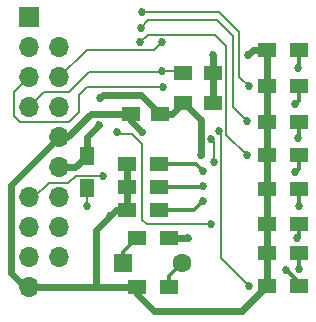
<source format=gbr>
G04 #@! TF.FileFunction,Copper,L2,Bot,Signal*
%FSLAX46Y46*%
G04 Gerber Fmt 4.6, Leading zero omitted, Abs format (unit mm)*
G04 Created by KiCad (PCBNEW 4.0.6-e0-6349~53~ubuntu14.04.1) date Sun Jul 30 17:28:50 2017*
%MOMM*%
%LPD*%
G01*
G04 APERTURE LIST*
%ADD10C,0.100000*%
%ADD11R,1.500000X1.250000*%
%ADD12R,1.300000X1.500000*%
%ADD13R,1.500000X1.300000*%
%ADD14R,1.600000X1.600000*%
%ADD15C,1.600000*%
%ADD16R,1.700000X1.700000*%
%ADD17O,1.700000X1.700000*%
%ADD18C,0.685800*%
%ADD19C,0.152400*%
%ADD20C,0.609600*%
%ADD21C,0.304800*%
G04 APERTURE END LIST*
D10*
D11*
X122194000Y-45148500D03*
X124694000Y-45148500D03*
X117749000Y-48641000D03*
X120249000Y-48641000D03*
X124694000Y-47688500D03*
X122194000Y-47688500D03*
D12*
X114046000Y-52180500D03*
X114046000Y-54880500D03*
D13*
X120158500Y-56769000D03*
X117458500Y-56769000D03*
X120158500Y-54800500D03*
X117458500Y-54800500D03*
X120158500Y-52832000D03*
X117458500Y-52832000D03*
X131969500Y-63182500D03*
X129269500Y-63182500D03*
X132033000Y-60388500D03*
X129333000Y-60388500D03*
X132033000Y-57912000D03*
X129333000Y-57912000D03*
X132033000Y-54991000D03*
X129333000Y-54991000D03*
X131969500Y-52133500D03*
X129269500Y-52133500D03*
X120984000Y-59118500D03*
X118284000Y-59118500D03*
D14*
X117094000Y-61214000D03*
D15*
X122094000Y-61214000D03*
D13*
X120984000Y-63309500D03*
X118284000Y-63309500D03*
X131969500Y-49276000D03*
X129269500Y-49276000D03*
X131969500Y-46291500D03*
X129269500Y-46291500D03*
X131969500Y-43243500D03*
X129269500Y-43243500D03*
D16*
X109156500Y-40449500D03*
D17*
X109156500Y-42989500D03*
X111696500Y-42989500D03*
X109156500Y-45529500D03*
X111696500Y-45529500D03*
X109156500Y-48069500D03*
X111696500Y-48069500D03*
X111696500Y-50609500D03*
X111696500Y-53149500D03*
X109156500Y-55689500D03*
X111696500Y-55689500D03*
X109156500Y-58229500D03*
X111696500Y-58229500D03*
X109156500Y-60769500D03*
X111696500Y-60769500D03*
X109156500Y-63309500D03*
D18*
X120396000Y-45021500D03*
X118681500Y-50165000D03*
X127698500Y-43624500D03*
X124714000Y-43624500D03*
X116014500Y-57277000D03*
X115125500Y-47307500D03*
X115062000Y-49530000D03*
X123698000Y-49149000D03*
X123698000Y-52133500D03*
X127762000Y-63182500D03*
X125222000Y-50038000D03*
X130937000Y-61849000D03*
X124523500Y-57975500D03*
X116586000Y-50165000D03*
X132016500Y-61785500D03*
X124777500Y-52705000D03*
X124523500Y-50736500D03*
X131826000Y-59118500D03*
X132016500Y-56388000D03*
X127571500Y-52133500D03*
X118554500Y-42545000D03*
X131699000Y-53530500D03*
X127571500Y-49212500D03*
X118618000Y-41338500D03*
X131953000Y-50673000D03*
X127762000Y-46291500D03*
X118681500Y-40005000D03*
X131699000Y-47752000D03*
X131953000Y-44704000D03*
X114046000Y-56388000D03*
X123888500Y-56007000D03*
X123888500Y-54737000D03*
X123888500Y-53467000D03*
X122618500Y-59118500D03*
X120459500Y-46355000D03*
X120396000Y-42545000D03*
X115379500Y-53848000D03*
D19*
X120396000Y-45021500D02*
X122067000Y-45021500D01*
X122067000Y-45021500D02*
X122194000Y-45148500D01*
X110426500Y-46799500D02*
X109156500Y-48069500D01*
X112522000Y-46799500D02*
X110426500Y-46799500D01*
X114236500Y-45085000D02*
X112522000Y-46799500D01*
X120332500Y-45085000D02*
X114236500Y-45085000D01*
X120396000Y-45021500D02*
X120332500Y-45085000D01*
D20*
X129333000Y-57912000D02*
X129333000Y-60388500D01*
X129333000Y-60388500D02*
X129269500Y-60452000D01*
X129269500Y-60452000D02*
X129269500Y-63182500D01*
X129333000Y-54991000D02*
X129333000Y-52197000D01*
X129333000Y-52197000D02*
X129269500Y-52133500D01*
X129269500Y-52133500D02*
X129269500Y-49276000D01*
X109156500Y-63309500D02*
X108839000Y-63309500D01*
X108839000Y-63309500D02*
X107632500Y-62103000D01*
X107632500Y-54673500D02*
X111696500Y-50609500D01*
X107632500Y-62103000D02*
X107632500Y-54673500D01*
X114808000Y-63309500D02*
X114808000Y-58483500D01*
X114808000Y-58483500D02*
X116014500Y-57277000D01*
X117749000Y-48641000D02*
X117749000Y-49232500D01*
X117749000Y-49232500D02*
X118681500Y-50165000D01*
X111696500Y-50609500D02*
X112395000Y-50609500D01*
X112395000Y-50609500D02*
X114363500Y-48641000D01*
X114363500Y-48641000D02*
X117749000Y-48641000D01*
X128079500Y-43243500D02*
X129269500Y-43243500D01*
X127698500Y-43624500D02*
X128079500Y-43243500D01*
X124694000Y-45148500D02*
X124694000Y-43644500D01*
X124694000Y-43644500D02*
X124714000Y-43624500D01*
X124694000Y-45148500D02*
X124694000Y-47688500D01*
X118284000Y-63309500D02*
X118284000Y-63864500D01*
X118284000Y-63864500D02*
X119697500Y-65278000D01*
X127174000Y-65278000D02*
X129333000Y-63119000D01*
X119697500Y-65278000D02*
X127174000Y-65278000D01*
X129333000Y-57912000D02*
X129333000Y-54991000D01*
X129333000Y-54991000D02*
X129269500Y-54927500D01*
X129269500Y-49276000D02*
X129269500Y-46291500D01*
X129269500Y-46291500D02*
X129269500Y-43243500D01*
X109156500Y-63309500D02*
X114808000Y-63309500D01*
X114808000Y-63309500D02*
X118284000Y-63309500D01*
X129333000Y-54991000D02*
X129269500Y-54927500D01*
X117458500Y-54800500D02*
X117458500Y-52832000D01*
X117458500Y-56769000D02*
X117458500Y-54800500D01*
X116522500Y-56769000D02*
X117458500Y-56769000D01*
X116014500Y-57277000D02*
X116522500Y-56769000D01*
X114046000Y-52180500D02*
X114046000Y-50546000D01*
X118661500Y-47053500D02*
X120249000Y-48641000D01*
X115379500Y-47053500D02*
X118661500Y-47053500D01*
X115125500Y-47307500D02*
X115379500Y-47053500D01*
X114046000Y-50546000D02*
X115062000Y-49530000D01*
X111696500Y-53149500D02*
X113077000Y-53149500D01*
X113077000Y-53149500D02*
X114046000Y-52180500D01*
X122194000Y-47688500D02*
X122237500Y-47688500D01*
X122237500Y-47688500D02*
X123698000Y-49149000D01*
X123698000Y-49149000D02*
X123698000Y-52133500D01*
X120249000Y-48641000D02*
X121241500Y-48641000D01*
X121241500Y-48641000D02*
X122194000Y-47688500D01*
D19*
X125412500Y-60833000D02*
X127762000Y-63182500D01*
X125412500Y-50228500D02*
X125412500Y-60833000D01*
X125222000Y-50038000D02*
X125412500Y-50228500D01*
D21*
X130937000Y-61849000D02*
X131969500Y-62881500D01*
X131969500Y-62881500D02*
X131969500Y-63182500D01*
D19*
X119126000Y-57975500D02*
X124523500Y-57975500D01*
X118745000Y-57594500D02*
X119126000Y-57975500D01*
X118745000Y-51181000D02*
X118745000Y-57594500D01*
X117856000Y-50292000D02*
X118745000Y-51181000D01*
X116713000Y-50292000D02*
X117856000Y-50292000D01*
X116586000Y-50165000D02*
X116713000Y-50292000D01*
D21*
X132033000Y-60388500D02*
X132033000Y-61769000D01*
X132033000Y-61769000D02*
X132016500Y-61785500D01*
D19*
X124777500Y-50990500D02*
X124777500Y-52705000D01*
X124523500Y-50736500D02*
X124777500Y-50990500D01*
D21*
X132033000Y-58911500D02*
X132033000Y-57912000D01*
X131826000Y-59118500D02*
X132033000Y-58911500D01*
X132033000Y-54991000D02*
X132033000Y-56371500D01*
X132033000Y-56371500D02*
X132016500Y-56388000D01*
D20*
X131969500Y-54991000D02*
X132033000Y-55054500D01*
D19*
X125857000Y-50419000D02*
X127571500Y-52133500D01*
X125857000Y-42862500D02*
X125857000Y-50419000D01*
X124904500Y-41910000D02*
X125857000Y-42862500D01*
X119189500Y-41910000D02*
X124904500Y-41910000D01*
X118554500Y-42545000D02*
X119189500Y-41910000D01*
D21*
X131969500Y-53260000D02*
X131969500Y-52133500D01*
X131699000Y-53530500D02*
X131969500Y-53260000D01*
D19*
X126428500Y-48069500D02*
X127571500Y-49212500D01*
X126428500Y-42037000D02*
X126428500Y-48069500D01*
X125095000Y-40703500D02*
X126428500Y-42037000D01*
X119253000Y-40703500D02*
X125095000Y-40703500D01*
X118618000Y-41338500D02*
X119253000Y-40703500D01*
D21*
X131969500Y-49276000D02*
X131969500Y-50656500D01*
X131969500Y-50656500D02*
X131953000Y-50673000D01*
D19*
X126936500Y-45466000D02*
X127762000Y-46291500D01*
X126936500Y-41719500D02*
X126936500Y-45466000D01*
X125222000Y-40005000D02*
X126936500Y-41719500D01*
X118681500Y-40005000D02*
X125222000Y-40005000D01*
D21*
X131969500Y-47481500D02*
X131969500Y-46291500D01*
X131699000Y-47752000D02*
X131969500Y-47481500D01*
X131969500Y-43243500D02*
X131969500Y-44687500D01*
X131969500Y-44687500D02*
X131953000Y-44704000D01*
D19*
X114046000Y-54880500D02*
X114046000Y-56388000D01*
D21*
X123126500Y-56769000D02*
X120158500Y-56769000D01*
X123888500Y-56007000D02*
X123126500Y-56769000D01*
X123825000Y-54800500D02*
X120158500Y-54800500D01*
X123888500Y-54737000D02*
X123825000Y-54800500D01*
X123253500Y-52832000D02*
X120158500Y-52832000D01*
X123888500Y-53467000D02*
X123253500Y-52832000D01*
D20*
X120984000Y-59118500D02*
X122618500Y-59118500D01*
D21*
X117094000Y-61214000D02*
X117094000Y-60308500D01*
X117094000Y-60308500D02*
X118284000Y-59118500D01*
X120984000Y-63309500D02*
X120984000Y-62324000D01*
X120984000Y-62324000D02*
X122094000Y-61214000D01*
D19*
X107886500Y-46799500D02*
X109156500Y-45529500D01*
X107886500Y-48831500D02*
X107886500Y-46799500D01*
X108394500Y-49339500D02*
X107886500Y-48831500D01*
X112522000Y-49339500D02*
X108394500Y-49339500D01*
X113411000Y-48450500D02*
X112522000Y-49339500D01*
X113411000Y-46990000D02*
X113411000Y-48450500D01*
X114046000Y-46355000D02*
X113411000Y-46990000D01*
X120459500Y-46355000D02*
X114046000Y-46355000D01*
X114046000Y-43180000D02*
X111696500Y-45529500D01*
X119761000Y-43180000D02*
X114046000Y-43180000D01*
X120396000Y-42545000D02*
X119761000Y-43180000D01*
X109156500Y-55689500D02*
X109601000Y-55689500D01*
X109601000Y-55689500D02*
X110807500Y-54483000D01*
X113093500Y-53848000D02*
X115379500Y-53848000D01*
X112458500Y-54483000D02*
X113093500Y-53848000D01*
X110807500Y-54483000D02*
X112458500Y-54483000D01*
X109156500Y-55689500D02*
X109728000Y-55689500D01*
M02*

</source>
